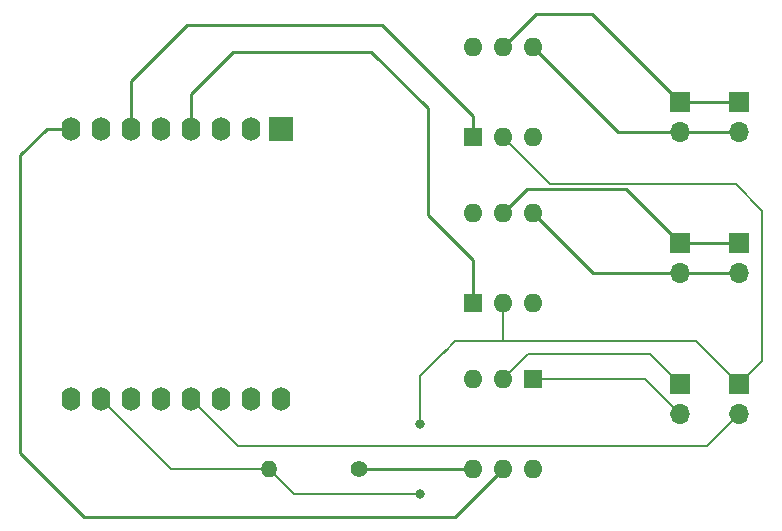
<source format=gbr>
%TF.GenerationSoftware,KiCad,Pcbnew,(7.0.0)*%
%TF.CreationDate,2023-03-09T18:45:04+01:00*%
%TF.ProjectId,turn-on-pc-esp8266,7475726e-2d6f-46e2-9d70-632d65737038,rev?*%
%TF.SameCoordinates,Original*%
%TF.FileFunction,Copper,L1,Top*%
%TF.FilePolarity,Positive*%
%FSLAX46Y46*%
G04 Gerber Fmt 4.6, Leading zero omitted, Abs format (unit mm)*
G04 Created by KiCad (PCBNEW (7.0.0)) date 2023-03-09 18:45:04*
%MOMM*%
%LPD*%
G01*
G04 APERTURE LIST*
%TA.AperFunction,ComponentPad*%
%ADD10C,1.400000*%
%TD*%
%TA.AperFunction,ComponentPad*%
%ADD11O,1.400000X1.400000*%
%TD*%
%TA.AperFunction,ComponentPad*%
%ADD12R,1.700000X1.700000*%
%TD*%
%TA.AperFunction,ComponentPad*%
%ADD13O,1.700000X1.700000*%
%TD*%
%TA.AperFunction,ComponentPad*%
%ADD14R,1.600000X1.600000*%
%TD*%
%TA.AperFunction,ComponentPad*%
%ADD15O,1.600000X1.600000*%
%TD*%
%TA.AperFunction,ComponentPad*%
%ADD16R,2.000000X2.000000*%
%TD*%
%TA.AperFunction,ComponentPad*%
%ADD17O,1.600000X2.000000*%
%TD*%
%TA.AperFunction,ViaPad*%
%ADD18C,0.800000*%
%TD*%
%TA.AperFunction,Conductor*%
%ADD19C,0.200000*%
%TD*%
%TA.AperFunction,Conductor*%
%ADD20C,0.250000*%
%TD*%
G04 APERTURE END LIST*
D10*
%TO.P,R1,1*%
%TO.N,LED_IN*%
X132810000Y-102850000D03*
D11*
%TO.P,R1,2*%
%TO.N,CASE_LED-*%
X125189999Y-102849999D03*
%TD*%
D12*
%TO.P,J5,1,Pin_1*%
%TO.N,MOTHERBOARD_LED-*%
X159999999Y-95659999D03*
D13*
%TO.P,J5,2,Pin_2*%
%TO.N,MOTHERBOARD_LED+*%
X159999999Y-98199999D03*
%TD*%
D14*
%TO.P,PWR,1*%
%TO.N,POWER_PIN*%
X142489999Y-74749999D03*
D15*
%TO.P,PWR,2*%
%TO.N,CASE_LED-*%
X145029999Y-74749999D03*
%TO.P,PWR,3,NC*%
%TO.N,unconnected-(U3-NC-Pad3)*%
X147569999Y-74749999D03*
%TO.P,PWR,4*%
%TO.N,MOTHERBOARD_PWR_PIN_2*%
X147569999Y-67129999D03*
%TO.P,PWR,5*%
%TO.N,MOTHERBOARD_PWR_PIN_1*%
X145029999Y-67129999D03*
%TO.P,PWR,6*%
%TO.N,unconnected-(U3-Pad6)*%
X142489999Y-67129999D03*
%TD*%
D12*
%TO.P,J2,1,Pin_1*%
%TO.N,MOTHERBOARD_PWR_PIN_1*%
X164999999Y-71799999D03*
D13*
%TO.P,J2,2,Pin_2*%
%TO.N,MOTHERBOARD_PWR_PIN_2*%
X164999999Y-74339999D03*
%TD*%
D12*
%TO.P,J4,1,Pin_1*%
%TO.N,MOTHERBOARD_RESET_PIN_1*%
X164999999Y-83729999D03*
D13*
%TO.P,J4,2,Pin_2*%
%TO.N,MOTHERBOARD_RESET_PIN_2*%
X164999999Y-86269999D03*
%TD*%
D14*
%TO.P,LED,1*%
%TO.N,MOTHERBOARD_LED+*%
X147539999Y-95249999D03*
D15*
%TO.P,LED,2*%
%TO.N,MOTHERBOARD_LED-*%
X144999999Y-95249999D03*
%TO.P,LED,3,NC*%
%TO.N,unconnected-(U4-NC-Pad3)*%
X142459999Y-95249999D03*
%TO.P,LED,4*%
%TO.N,LED_IN*%
X142459999Y-102869999D03*
%TO.P,LED,5*%
%TO.N,LED_HIGH*%
X144999999Y-102869999D03*
%TO.P,LED,6*%
%TO.N,unconnected-(U4-Pad6)*%
X147539999Y-102869999D03*
%TD*%
D12*
%TO.P,J3,1,Pin_1*%
%TO.N,MOTHERBOARD_RESET_PIN_1*%
X159999999Y-83729999D03*
D13*
%TO.P,J3,2,Pin_2*%
%TO.N,MOTHERBOARD_RESET_PIN_2*%
X159999999Y-86269999D03*
%TD*%
D12*
%TO.P,J1,1,Pin_1*%
%TO.N,MOTHERBOARD_PWR_PIN_1*%
X159999999Y-71799999D03*
D13*
%TO.P,J1,2,Pin_2*%
%TO.N,MOTHERBOARD_PWR_PIN_2*%
X159999999Y-74339999D03*
%TD*%
D12*
%TO.P,J6,1,Pin_1*%
%TO.N,CASE_LED-*%
X164999999Y-95659999D03*
D13*
%TO.P,J6,2,Pin_2*%
%TO.N,CASE_LED+*%
X164999999Y-98199999D03*
%TD*%
D16*
%TO.P,U1,1,~{RST}*%
%TO.N,unconnected-(U1-~{RST}-Pad1)*%
X126222494Y-74054999D03*
D17*
%TO.P,U1,2,A0*%
%TO.N,unconnected-(U1-A0-Pad2)*%
X123682494Y-74054999D03*
%TO.P,U1,3,D0*%
%TO.N,unconnected-(U1-D0-Pad3)*%
X121142494Y-74054999D03*
%TO.P,U1,4,SCK/D5*%
%TO.N,RESET_PIN*%
X118602494Y-74054999D03*
%TO.P,U1,5,MISO/D6*%
%TO.N,unconnected-(U1-MISO{slash}D6-Pad5)*%
X116062494Y-74054999D03*
%TO.P,U1,6,MOSI/D7*%
%TO.N,POWER_PIN*%
X113522494Y-74054999D03*
%TO.P,U1,7,CS/D8*%
%TO.N,unconnected-(U1-CS{slash}D8-Pad7)*%
X110982494Y-74054999D03*
%TO.P,U1,8,3V3*%
%TO.N,LED_HIGH*%
X108442494Y-74054999D03*
%TO.P,U1,9,5V*%
%TO.N,unconnected-(U1-5V-Pad9)*%
X108442494Y-96914999D03*
%TO.P,U1,10,GND*%
%TO.N,CASE_LED-*%
X110982494Y-96914999D03*
%TO.P,U1,11,D4*%
%TO.N,unconnected-(U1-D4-Pad11)*%
X113522494Y-96914999D03*
%TO.P,U1,12,D3*%
%TO.N,unconnected-(U1-D3-Pad12)*%
X116062494Y-96914999D03*
%TO.P,U1,13,SDA/D2*%
%TO.N,CASE_LED+*%
X118602494Y-96914999D03*
%TO.P,U1,14,SCL/D1*%
%TO.N,LED_IN*%
X121142494Y-96914999D03*
%TO.P,U1,15,RX*%
%TO.N,unconnected-(U1-RX-Pad15)*%
X123682494Y-96914999D03*
%TO.P,U1,16,TX*%
%TO.N,unconnected-(U1-TX-Pad16)*%
X126222494Y-96914999D03*
%TD*%
D14*
%TO.P,RST,1*%
%TO.N,RESET_PIN*%
X142489999Y-88799999D03*
D15*
%TO.P,RST,2*%
%TO.N,CASE_LED-*%
X145029999Y-88799999D03*
%TO.P,RST,3,NC*%
%TO.N,unconnected-(U2-NC-Pad3)*%
X147569999Y-88799999D03*
%TO.P,RST,4*%
%TO.N,MOTHERBOARD_RESET_PIN_2*%
X147569999Y-81179999D03*
%TO.P,RST,5*%
%TO.N,MOTHERBOARD_RESET_PIN_1*%
X145029999Y-81179999D03*
%TO.P,RST,6*%
%TO.N,unconnected-(U2-Pad6)*%
X142489999Y-81179999D03*
%TD*%
D18*
%TO.N,CASE_LED-*%
X138000000Y-105000000D03*
X138000000Y-99000000D03*
%TD*%
D19*
%TO.N,CASE_LED-*%
X161340000Y-92000000D02*
X165000000Y-95660000D01*
X145000000Y-92000000D02*
X161340000Y-92000000D01*
X127340000Y-105000000D02*
X125190000Y-102850000D01*
X138000000Y-105000000D02*
X127340000Y-105000000D01*
X145030000Y-91970000D02*
X145000000Y-92000000D01*
X145030000Y-88800000D02*
X145030000Y-91970000D01*
X141000000Y-92000000D02*
X140000000Y-93000000D01*
X145000000Y-92000000D02*
X141000000Y-92000000D01*
X140300000Y-92700000D02*
X138000000Y-95000000D01*
X138000000Y-95000000D02*
X138000000Y-99000000D01*
X167000000Y-93660000D02*
X165000000Y-95660000D01*
X167000000Y-81000000D02*
X167000000Y-93660000D01*
X164725000Y-78725000D02*
X167000000Y-81000000D01*
X149005000Y-78725000D02*
X164725000Y-78725000D01*
X145030000Y-74750000D02*
X149005000Y-78725000D01*
D20*
%TO.N,LED_IN*%
X142440000Y-102850000D02*
X142460000Y-102870000D01*
X132810000Y-102850000D02*
X142440000Y-102850000D01*
%TO.N,RESET_PIN*%
X122150000Y-67550000D02*
X133900000Y-67550000D01*
X133900000Y-67550000D02*
X138650000Y-72300000D01*
X118602495Y-74055000D02*
X118602495Y-71097505D01*
X138650000Y-81300000D02*
X142490000Y-85140000D01*
X138650000Y-72300000D02*
X138650000Y-81300000D01*
X142490000Y-85140000D02*
X142490000Y-88800000D01*
X118602495Y-71097505D02*
X122150000Y-67550000D01*
%TO.N,POWER_PIN*%
X142490000Y-72990000D02*
X142490000Y-74750000D01*
X134750000Y-65250000D02*
X142490000Y-72990000D01*
X118300000Y-65250000D02*
X134750000Y-65250000D01*
X113522495Y-74055000D02*
X113522495Y-70027505D01*
X113522495Y-70027505D02*
X118300000Y-65250000D01*
D19*
%TO.N,CASE_LED-*%
X110982495Y-96915000D02*
X116917495Y-102850000D01*
X116917495Y-102850000D02*
X125190000Y-102850000D01*
%TO.N,CASE_LED+*%
X122587495Y-100900000D02*
X118602495Y-96915000D01*
X165000000Y-98200000D02*
X162300000Y-100900000D01*
X162300000Y-100900000D02*
X122587495Y-100900000D01*
D20*
%TO.N,LED_HIGH*%
X140970000Y-106900000D02*
X145000000Y-102870000D01*
X109600000Y-106900000D02*
X140970000Y-106900000D01*
X108442495Y-74055000D02*
X106395000Y-74055000D01*
X106395000Y-74055000D02*
X104150000Y-76300000D01*
X104150000Y-101450000D02*
X109600000Y-106900000D01*
X104150000Y-76300000D02*
X104150000Y-101450000D01*
D19*
%TO.N,MOTHERBOARD_LED+*%
X157050000Y-95250000D02*
X147540000Y-95250000D01*
X160000000Y-98200000D02*
X157050000Y-95250000D01*
%TO.N,MOTHERBOARD_LED-*%
X157440000Y-93100000D02*
X147150000Y-93100000D01*
X147150000Y-93100000D02*
X145000000Y-95250000D01*
X160000000Y-95660000D02*
X157440000Y-93100000D01*
D20*
%TO.N,MOTHERBOARD_PWR_PIN_1*%
X145030000Y-67130000D02*
X147810000Y-64350000D01*
X160000000Y-71800000D02*
X165000000Y-71800000D01*
X147810000Y-64350000D02*
X152550000Y-64350000D01*
X152550000Y-64350000D02*
X160000000Y-71800000D01*
%TO.N,MOTHERBOARD_PWR_PIN_2*%
X160000000Y-74340000D02*
X154780000Y-74340000D01*
X160000000Y-74340000D02*
X165000000Y-74340000D01*
X154780000Y-74340000D02*
X147570000Y-67130000D01*
%TO.N,MOTHERBOARD_RESET_PIN_1*%
X155420000Y-79150000D02*
X160000000Y-83730000D01*
X145030000Y-81180000D02*
X147060000Y-79150000D01*
X147060000Y-79150000D02*
X155420000Y-79150000D01*
X160000000Y-83730000D02*
X165000000Y-83730000D01*
%TO.N,MOTHERBOARD_RESET_PIN_2*%
X152660000Y-86270000D02*
X147570000Y-81180000D01*
X160000000Y-86270000D02*
X152660000Y-86270000D01*
X160000000Y-86270000D02*
X165000000Y-86270000D01*
%TD*%
M02*

</source>
